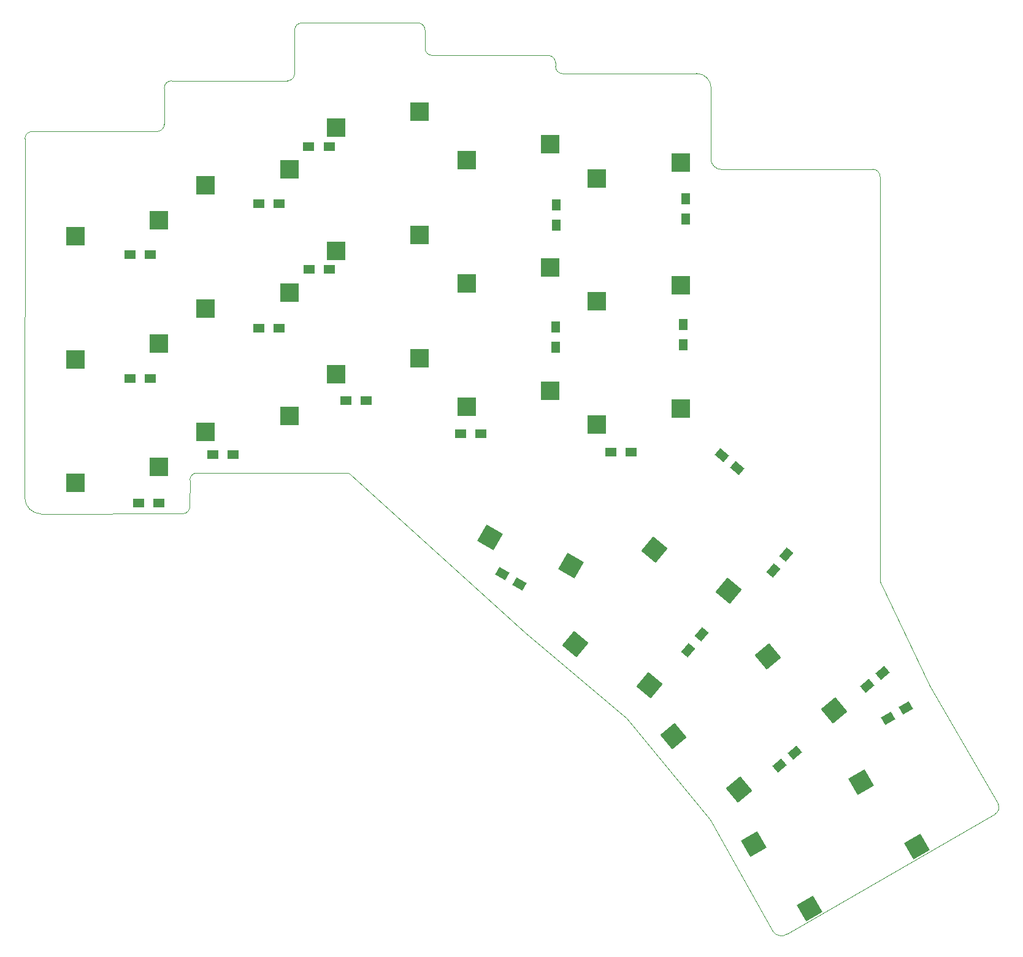
<source format=gtp>
%TF.GenerationSoftware,KiCad,Pcbnew,7.0.1-0*%
%TF.CreationDate,2023-04-27T16:38:55+02:00*%
%TF.ProjectId,helicoprion,68656c69-636f-4707-9269-6f6e2e6b6963,rev?*%
%TF.SameCoordinates,Original*%
%TF.FileFunction,Paste,Top*%
%TF.FilePolarity,Positive*%
%FSLAX46Y46*%
G04 Gerber Fmt 4.6, Leading zero omitted, Abs format (unit mm)*
G04 Created by KiCad (PCBNEW 7.0.1-0) date 2023-04-27 16:38:55*
%MOMM*%
%LPD*%
G01*
G04 APERTURE LIST*
G04 Aperture macros list*
%AMRotRect*
0 Rectangle, with rotation*
0 The origin of the aperture is its center*
0 $1 length*
0 $2 width*
0 $3 Rotation angle, in degrees counterclockwise*
0 Add horizontal line*
21,1,$1,$2,0,0,$3*%
G04 Aperture macros list end*
%ADD10R,2.600000X2.600000*%
%ADD11R,1.600000X1.200000*%
%ADD12R,1.200000X1.600000*%
%ADD13RotRect,1.600000X1.200000X40.000000*%
%ADD14RotRect,1.600000X1.200000X140.000000*%
%ADD15RotRect,1.600000X1.200000X30.000000*%
%ADD16RotRect,1.600000X1.200000X50.000000*%
%ADD17RotRect,1.600000X1.200000X330.000000*%
%ADD18RotRect,2.600000X2.600000X300.000000*%
%ADD19RotRect,2.600000X2.600000X320.000000*%
%ADD20RotRect,2.600000X2.600000X310.000000*%
%ADD21RotRect,2.600000X2.600000X330.000000*%
%TA.AperFunction,Profile*%
%ADD22C,0.100000*%
%TD*%
G04 APERTURE END LIST*
D10*
X140225000Y-60950000D03*
X151775000Y-58750000D03*
X122225000Y-58450000D03*
X133775000Y-56250000D03*
X86225000Y-78950000D03*
X97775000Y-76750000D03*
X68225000Y-68950000D03*
X79775000Y-66750000D03*
D11*
X79730000Y-88740000D03*
X76930000Y-88740000D03*
X78540000Y-71570000D03*
X75740000Y-71570000D03*
X78550000Y-54510000D03*
X75750000Y-54510000D03*
X89990000Y-82120000D03*
X87190000Y-82120000D03*
X96370000Y-64640000D03*
X93570000Y-64640000D03*
X96320000Y-47430000D03*
X93520000Y-47430000D03*
X108380000Y-74600000D03*
X105580000Y-74600000D03*
X100530000Y-56530000D03*
X103330000Y-56530000D03*
X100450000Y-39620000D03*
X103250000Y-39620000D03*
X121430000Y-79220000D03*
X124230000Y-79220000D03*
D12*
X134510000Y-67270000D03*
X134510000Y-64470000D03*
X134580000Y-50430000D03*
X134580000Y-47630000D03*
D11*
X142155000Y-81755000D03*
X144955000Y-81755000D03*
D12*
X152170000Y-66940000D03*
X152170000Y-64140000D03*
X152470000Y-49590000D03*
X152470000Y-46790000D03*
D13*
X167572462Y-123240097D03*
X165427538Y-125039903D03*
D14*
X159635995Y-83963436D03*
X157491071Y-82163630D03*
D13*
X179702462Y-112190097D03*
X177557538Y-113989903D03*
D15*
X182852436Y-117060000D03*
X180427564Y-118460000D03*
D16*
X154659903Y-106907538D03*
X152860097Y-109052462D03*
D17*
X129552436Y-99930000D03*
X127127564Y-98530000D03*
D16*
X164606564Y-98055995D03*
X166406370Y-95911071D03*
D10*
X68225000Y-85950000D03*
X79775000Y-83750000D03*
D18*
X176709649Y-127278767D03*
X184389905Y-136181360D03*
D10*
X140225000Y-43950000D03*
X151775000Y-41750000D03*
X104225000Y-36950000D03*
X115775000Y-34750000D03*
D19*
X158428564Y-100911734D03*
X148166618Y-95172835D03*
D20*
X163866906Y-109925791D03*
X172976401Y-117359471D03*
D10*
X86225000Y-61950000D03*
X97775000Y-59750000D03*
X140225000Y-77950000D03*
X151775000Y-75750000D03*
D18*
X161899649Y-135808767D03*
X169579905Y-144711360D03*
D10*
X104225000Y-53950000D03*
X115775000Y-51750000D03*
X104225000Y-70950000D03*
X115775000Y-68750000D03*
X122225000Y-75450000D03*
X133775000Y-73250000D03*
D21*
X125505627Y-93515351D03*
X136608220Y-97385095D03*
D10*
X86225000Y-44950000D03*
X97775000Y-42750000D03*
X68225000Y-51950000D03*
X79775000Y-49750000D03*
X122225000Y-41450000D03*
X133775000Y-39250000D03*
D19*
X137236618Y-108212835D03*
X147498564Y-113951734D03*
D20*
X150756906Y-120905791D03*
X159866401Y-128339471D03*
D22*
X186206846Y-114001309D02*
X179280000Y-99580000D01*
X155890000Y-132490000D02*
X164471272Y-147860366D01*
X144380000Y-118530000D02*
X155890000Y-132490000D01*
X130300000Y-106620000D02*
X144380000Y-118530000D01*
X106247734Y-84836978D02*
G75*
G03*
X105579997Y-84629995I-587179J-713700D01*
G01*
X130300000Y-106620000D02*
X106247735Y-84836977D01*
X85029996Y-84610000D02*
X105579997Y-84629994D01*
X85029996Y-84609998D02*
G75*
G03*
X84029997Y-85609994I-3J-999996D01*
G01*
X84029039Y-89166652D02*
X84029997Y-85609994D01*
X83120000Y-90250002D02*
G75*
G03*
X84029039Y-89166652I-87156J996195D01*
G01*
X61238061Y-88001939D02*
G75*
G03*
X63498061Y-90261939I2260000J0D01*
G01*
X83120000Y-90250000D02*
X63498061Y-90261939D01*
X61238061Y-88001939D02*
X61257107Y-38497107D01*
X79500000Y-37500000D02*
G75*
G03*
X80500000Y-36500000I0J1000000D01*
G01*
X178310000Y-42700000D02*
X157452107Y-42742893D01*
X195149465Y-131707616D02*
X166560366Y-148228728D01*
X155952107Y-41242893D02*
G75*
G03*
X157452107Y-42742893I1500000J0D01*
G01*
X179310000Y-43700000D02*
X179280000Y-99580000D01*
X80500000Y-31500000D02*
X80500000Y-36500000D01*
X79500000Y-37500000D02*
X62257107Y-37497107D01*
X81500000Y-30500000D02*
G75*
G03*
X80500000Y-31500000I0J-1000000D01*
G01*
X195633153Y-130378690D02*
X186206846Y-114001309D01*
X133500000Y-27000000D02*
X117500000Y-27000000D01*
X116500000Y-23500000D02*
G75*
G03*
X115500000Y-22500000I-1000000J0D01*
G01*
X134500000Y-28500000D02*
G75*
G03*
X135500000Y-29500000I1000000J0D01*
G01*
X134500000Y-28500000D02*
X134500000Y-28000000D01*
X155952107Y-41242893D02*
X155987893Y-31477107D01*
X116500000Y-26000000D02*
X116500000Y-23500000D01*
X97500000Y-30500000D02*
X81500000Y-30500000D01*
X62257107Y-37497107D02*
G75*
G03*
X61257107Y-38497107I0J-1000000D01*
G01*
X134500000Y-28000000D02*
G75*
G03*
X133500000Y-27000000I-1000000J0D01*
G01*
X164471273Y-147860366D02*
G75*
G03*
X166560366Y-148228727I1228727J860366D01*
G01*
X115500000Y-22500000D02*
X99500000Y-22500000D01*
X195149465Y-131707615D02*
G75*
G03*
X195633152Y-130378690I-422619J906306D01*
G01*
X155987893Y-31477107D02*
G75*
G03*
X153987893Y-29477107I-1999986J14D01*
G01*
X153987893Y-29477107D02*
X135500000Y-29500000D01*
X116500000Y-26000000D02*
G75*
G03*
X117500000Y-27000000I1000000J0D01*
G01*
X179310000Y-43700000D02*
G75*
G03*
X178310000Y-42700000I-1000000J0D01*
G01*
X98500000Y-23500000D02*
X98500000Y-29500000D01*
X97500000Y-30500000D02*
G75*
G03*
X98500000Y-29500000I0J1000000D01*
G01*
X99500000Y-22500000D02*
G75*
G03*
X98500000Y-23500000I0J-1000000D01*
G01*
M02*

</source>
